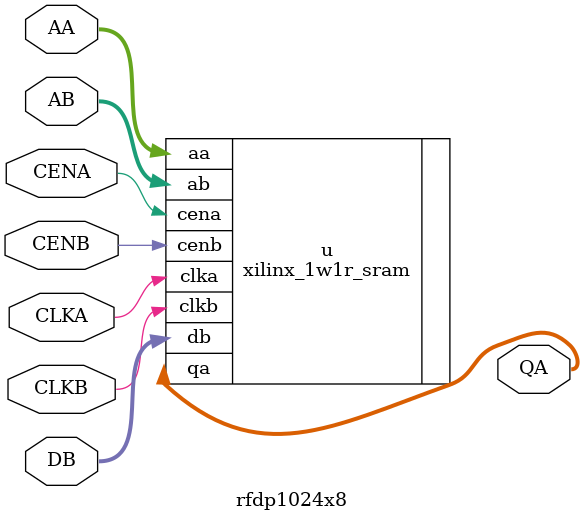
<source format=v>

`define RFDP(dpeth, width)    \
module rfdp``dpeth``x``width (					\
	output 		[width-1:0]				QA,     \
	input 		[$clog2(dpeth)-1:0] 	AA,     \
	input 								CLKA,   \
	input 								CENA,   \
	input 		[$clog2(dpeth)-1:0] 	AB,     \
	input 		[width-1:0] 			DB,     \
	input 								CLKB,   \
	input 								CENB    \
	);                                          \
	xilinx_1w1r_sram #(                            \
		.WWORD		(width),                    \
		.WADDR		($clog2(dpeth)),            \
		.DEPTH		(dpeth)                     \
		) u (                                   \
		.clka		(CLKA),                     \
		.aa			(AA),                       \
		.cena		(CENA),                     \
		.qa			(QA),                       \
                                                \
		.clkb		(CLKB),                     \
		.ab			(AB),                       \
		.cenb		(CENB),                     \
		.db			(DB));                      \
endmodule



`define RFDPWP(dpeth, width, wpwidth)    \
module rfdp``dpeth``x``width``_wp``wpwidth (		\
	output 		[width-1:0]				QA,     \
	input 		[$clog2(dpeth)-1:0] 	AA,     \
	input 								CLKA,   \
	input 								CENA,   \
	input 		[$clog2(dpeth)-1:0] 	AB,     \
	input 		[width-1:0] 			DB,     \
	input 								CLKB,   \
	input 		[width/wpwidth-1:0]		WENB,	\
	input 								CENB	\
	);                                          \
	parameter           BYTENB = width / 8;												\
	parameter			WPNB   = width/wpwidth; 				                        \
	parameter           WPBYTE = wpwidth / 8;                                           \
    wire    [BYTENB-1:0]    WENB8;                                       			    \
    genvar                  wpIdx, bmIdx;                                               \
    generate                                                                            \
        for (wpIdx = 0; wpIdx < WPNB; wpIdx = wpIdx + 1) begin: GENERATE_WP             \
            for (bmIdx = 0; bmIdx < WPBYTE; bmIdx = bmIdx + 1) begin: GENERATE_BM       \
                assign WENB8[wpIdx * WPBYTE + bmIdx] = WENB[wpIdx];                     \
            end                                                                         \
        end                                                                             \
    endgenerate                                                                         \
	xilinx_1w1r_sram_wp8 #(                     \
		.WWORD		(width),                    \
		.WADDR		($clog2(dpeth)),            \
		.DEPTH		(dpeth),                    \
		.WP			(8)                   		\
		) u (                                   \
		.clka		(CLKA),                     \
		.aa			(AA),                       \
		.cena		(CENA),                     \
		.qa			(QA),                       \
		.clkb		(CLKB),                     \
		.ab			(AB),                       \
		.wenb		(WENB8),                     \
		.cenb		(CENB),                     \
		.db			(DB));                      \
endmodule

`RFDP(1024,16)
`RFDP(1024,96)
`RFDP(256,96)
`RFDP(128,256)
`RFDP(32,256)
`RFDP(128,16)
`RFDP(2048,8)
`RFDP(1024,8)




</source>
